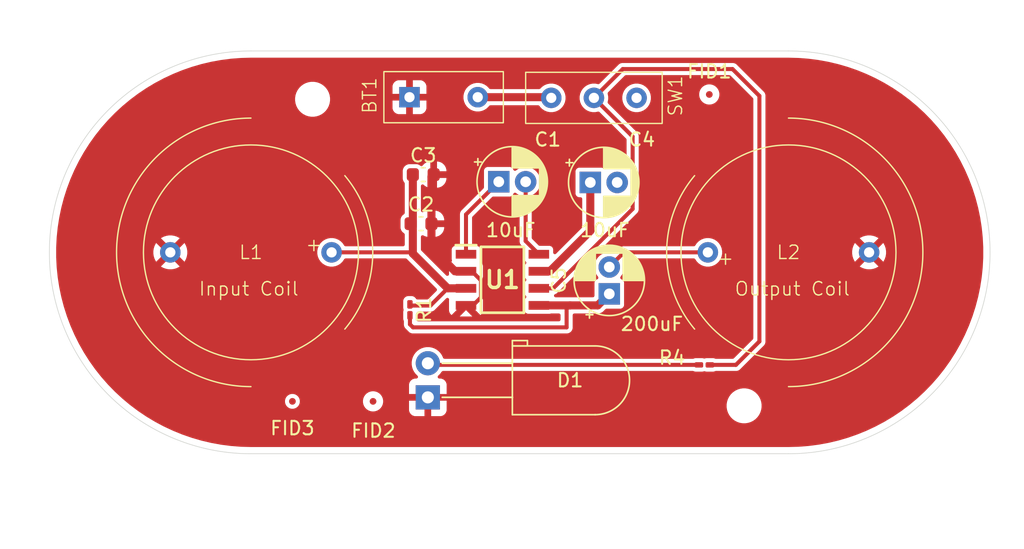
<source format=kicad_pcb>
(kicad_pcb (version 20241229) (generator "pcbnew") (generator_version "9.0")
  (layers (0 "F.Cu" signal) (2 "B.Cu" signal) (13 "F.Paste" user) (15 "B.Paste" user) (5 "F.SilkS" user "F.Silkscreen") (7 "B.SilkS" user "B.Silkscreen") (1 "F.Mask" user) (3 "B.Mask" user) (25 "Edge.Cuts" user))
  (net 0 "")
  (net 1 "Net-(C1-Pad1)")
  (net 2 "Net-(C1-Pad2)")
  (net 3 "Net-(U1-+)")
  (net 4 "GND")
  (net 5 "Net-(U1-BYPASS)")
  (net 6 "Net-(C5-Pad2)")
  (net 7 "Net-(C5-Pad1)")
  (net 8 "Net-(D1-A)")
  (net 9 "+9V")
  (net 10 "Net-(SW1-B)")
  (footprint "audiostuff:lm386-smd" (layer "F.Cu") (at 179.628 106.9472)
    (property "Reference" "U1" (at 0 0 0) (layer "F.SilkS") (effects (font (size 1.27 1.27) (thickness 0.254))))
    (property "Value" "LM386" (hide yes))
    (fp_line (start -3.475 -2.58) (end -1.948 -2.58) (stroke (width 0.2)) (layer "F.SilkS"))
    (fp_line (start -1.598 -2.452) (end 1.598 -2.452) (stroke (width 0.2)) (layer "F.SilkS"))
    (fp_line (start -1.598 2.452) (end -1.598 -2.452) (stroke (width 0.2)) (layer "F.SilkS"))
    (fp_line (start 1.598 -2.452) (end 1.598 2.452) (stroke (width 0.2)) (layer "F.SilkS"))
    (fp_line (start 1.598 2.452) (end -1.598 2.452) (stroke (width 0.2)) (layer "F.SilkS"))
    (pad "1" smd rect (at -2.711 -1.905 90) (size 0.65 1.528) (layers "F.Cu" "F.Mask" "F.Paste") (net 1 "Net-(C1-Pad1)"))
    (pad "2" smd rect (at -2.711 -0.635 90) (size 0.65 1.528) (layers "F.Cu" "F.Mask" "F.Paste") (net 4 "GND"))
    (pad "3" smd rect (at -2.711 0.635 90) (size 0.65 1.528) (layers "F.Cu" "F.Mask" "F.Paste") (net 3 "Net-(U1-+)"))
    (pad "4" smd rect (at -2.711 1.905 90) (size 0.65 1.528) (layers "F.Cu" "F.Mask" "F.Paste") (net 4 "GND"))
    (pad "5" smd rect (at 2.711 1.905 90) (size 0.65 1.528) (layers "F.Cu" "F.Mask" "F.Paste") (net 7 "Net-(C5-Pad1)"))
    (pad "6" smd rect (at 2.711 0.635 90) (size 0.65 1.528) (layers "F.Cu" "F.Mask" "F.Paste") (net 10 "Net-(SW1-B)"))
    (pad "7" smd rect (at 2.711 -0.635 90) (size 0.65 1.528) (layers "F.Cu" "F.Mask" "F.Paste") (net 5 "Net-(U1-BYPASS)"))
    (pad "8" smd rect (at 2.711 -1.905 90) (size 0.65 1.528) (layers "F.Cu" "F.Mask" "F.Paste") (net 2 "Net-(C1-Pad2)"))
  )
  (footprint "Fiducial:Fiducial_0.5mm_Mask1.5mm" (layer "F.Cu") (at 170 116)
    (property "Reference" "FID2" (at 0.0254 2.1844 0) (layer "F.SilkS"))
    (property "Value" "Fiducial" (hide yes))
    (pad "" smd circle (at 0 0) (size 0.5 0.5) (layers "F.Cu" "F.Mask") (clearance 0.5))
  )
  (footprint "Resistor_SMD:R_0201_0603Metric_Pad0.64x0.40mm_HandSolder" (layer "F.Cu") (at 194.655 113.284)
    (property "Reference" "R4" (at -2.405 -0.534 0) (layer "F.SilkS"))
    (property "Value" "1K")
    (pad "1" smd roundrect (at -0.4075 0) (size 0.635 0.4) (layers "F.Cu" "F.Mask") (net 8 "Net-(D1-A)"))
    (pad "2" smd roundrect (at 0.4075 0) (size 0.635 0.4) (layers "F.Cu" "F.Mask") (net 10 "Net-(SW1-B)"))
  )
  (footprint "MountingHole:MountingHole_2.1mm" (layer "F.Cu") (at 165.5 93.5)
    (property "Reference" "H2" (hide yes))
    (property "Value" "MountingHole" (hide yes))
    (pad "" np_thru_hole circle (at 0 0) (size 2.1 2.1) (drill 2.1) (layers "*.Cu" "*.Mask"))
  )
  (footprint "Fiducial:Fiducial_0.5mm_Mask1.5mm" (layer "F.Cu") (at 195.0212 93.1418)
    (property "Reference" "FID1" (at 0 -1.7145 0) (layer "F.SilkS"))
    (property "Value" "Fiducial" (hide yes))
    (pad "" smd circle (at 0 0) (size 0.5 0.5) (layers "F.Cu" "F.Mask") (clearance 0.5))
  )
  (footprint "LED_THT:LED_D5.0mm_Horizontal_O6.35mm_Z15.0mm" (layer "F.Cu") (at 174.077 115.702 90)
    (property "Reference" "D1" (at 1.27 10.581 180) (layer "F.SilkS"))
    (property "Value" "LED" (hide yes))
    (fp_line (start 2.54 1.08) (end 2.54 1.08) (stroke (width 0.12)) (layer "F.SilkS"))
    (fp_line (start 2.54 1.08) (end 2.54 6.29) (stroke (width 0.12)) (layer "F.SilkS"))
    (fp_line (start 0 1.08) (end 0 1.08) (stroke (width 0.12)) (layer "F.SilkS"))
    (fp_line (start 0 1.08) (end 0 6.29) (stroke (width 0.12)) (layer "F.SilkS"))
    (fp_line (start 4.23 6.29) (end 4.23 7.41) (stroke (width 0.12)) (layer "F.SilkS"))
    (fp_line (start 3.83 6.29) (end 4.23 6.29) (stroke (width 0.12)) (layer "F.SilkS"))
    (fp_line (start 3.83 6.29) (end 3.83 12.45) (stroke (width 0.12)) (layer "F.SilkS"))
    (fp_line (start 2.54 6.29) (end 2.54 1.08) (stroke (width 0.12)) (layer "F.SilkS"))
    (fp_line (start 2.54 6.29) (end 2.54 6.29) (stroke (width 0.12)) (layer "F.SilkS"))
    (fp_line (start 0 6.29) (end 0 1.08) (stroke (width 0.12)) (layer "F.SilkS"))
    (fp_line (start 0 6.29) (end 0 6.29) (stroke (width 0.12)) (layer "F.SilkS"))
    (fp_line (start -1.29 6.29) (end 3.83 6.29) (stroke (width 0.12)) (layer "F.SilkS"))
    (fp_line (start -1.29 6.29) (end -1.29 12.45) (stroke (width 0.12)) (layer "F.SilkS"))
    (fp_line (start 4.23 7.41) (end 3.83 7.41) (stroke (width 0.12)) (layer "F.SilkS"))
    (fp_line (start 3.83 7.41) (end 3.83 6.29) (stroke (width 0.12)) (layer "F.SilkS"))
    (fp_arc (start 3.83 12.45) (mid 1.27 15.01) (end -1.29 12.45) (stroke (width 0.12)) (layer "F.SilkS"))
    (pad "1" thru_hole rect (at 0 0 90) (size 1.8 1.8) (drill 0.9) (layers "*.Cu" "*.Mask") (net 4 "GND"))
    (pad "2" thru_hole circle (at 2.54 0 90) (size 1.8 1.8) (drill 0.9) (layers "*.Cu" "*.Mask") (net 8 "Net-(D1-A)"))
  )
  (footprint "Fiducial:Fiducial_0.5mm_Mask1.5mm" (layer "F.Cu") (at 164 116)
    (property "Reference" "FID3" (at 0 2 0) (layer "F.SilkS"))
    (property "Value" "Fiducial" (hide yes))
    (pad "" smd circle (at 0 0) (size 0.5 0.5) (layers "F.Cu" "F.Mask"))
  )
  (footprint "MountingHole:MountingHole_2.1mm" (layer "F.Cu") (at 197.612 116.332)
    (property "Reference" "H1" (hide yes))
    (property "Value" "MountingHole" (hide yes))
    (pad "" np_thru_hole circle (at 0 0) (size 2.1 2.1) (drill 2.1) (layers "*.Cu" "*.Mask"))
  )
  (footprint "audiostuff:switch-2-mode" (layer "F.Cu") (at 186.436 93.3958)
    (property "Reference" "SW1" (at 6.064 -0.1458 90) (layer "F.SilkS") (effects (font (thickness 0.1))))
    (property "Value" "SW_SPDT" (hide yes))
    (fp_rect (start -5.08 -1.905) (end 5.08 1.905) (stroke (width 0.1)) (fill no) (layer "F.SilkS"))
    (pad "1" thru_hole circle (at -3.175 0) (size 1.524 1.524) (drill 0.762) (layers "*.Cu" "*.Mask") (net 9 "+9V"))
    (pad "2" thru_hole circle (at 0 0) (size 1.524 1.524) (drill 0.762) (layers "*.Cu" "*.Mask") (net 10 "Net-(SW1-B)"))
    (pad "3" thru_hole circle (at 3.175 0) (size 1.524 1.524) (drill 0.762) (layers "*.Cu" "*.Mask"))
  )
  (footprint "audiostuff:Inductor" (layer "F.Cu") (at 200.914 104.902 180)
    (property "Reference" "L2" (at 0 0 0) (layer "F.SilkS") (effects (font (thickness 0.1))))
    (property "Value" "12.1mH" (hide yes))
    (fp_arc (start 6.984999 -5.715) (mid 9.06509 0) (end 6.984999 5.715) (stroke (width 0.1)) (layer "F.SilkS"))
    (fp_circle (center 0 0) (end 8 0) (stroke (width 0.1)) (fill no) (layer "F.SilkS"))
    (fp_text user "+" (at 4 0 180) (layer "F.SilkS") (effects (font (thickness 0.1)) (justify left bottom)))
    (pad "1" thru_hole circle (at 6 0 180) (size 1.524 1.524) (drill 0.762) (layers "*.Cu" "*.Mask") (net 6 "Net-(C5-Pad2)"))
    (pad "2" thru_hole circle (at -6 0 180) (size 1.524 1.524) (drill 0.762) (layers "*.Cu" "*.Mask") (net 4 "GND"))
  )
  (footprint "Capacitor_SMD:C_0603_1608Metric" (layer "F.Cu") (at 173.5706 102.7684)
    (property "Reference" "C2" (at 0 -1.43 0) (layer "F.SilkS"))
    (property "Value" "1uF" (hide yes))
    (fp_line (start -0.14058 -0.51) (end 0.14058 -0.51) (stroke (width 0.12)) (layer "F.SilkS"))
    (fp_line (start -0.14058 0.51) (end 0.14058 0.51) (stroke (width 0.12)) (layer "F.SilkS"))
    (pad "1" smd roundrect (at -0.775 0) (size 0.9 0.95) (layers "F.Cu" "F.Mask" "F.Paste") (net 3 "Net-(U1-+)"))
    (pad "2" smd roundrect (at 0.775 0) (size 0.9 0.95) (layers "F.Cu" "F.Mask" "F.Paste") (net 4 "GND"))
  )
  (footprint "Capacitor_THT:CP_Radial_D5.0mm_P2.00mm" (layer "F.Cu") (at 186.166688 99.695)
    (property "Reference" "C4" (at 3.833312 -3.195 0) (layer "F.SilkS"))
    (property "Value" "10uF" (at 1.083312 3.555 0) (layer "F.SilkS"))
    (fp_line (start -1.804775 -1.475) (end -1.304775 -1.475) (stroke (width 0.12)) (layer "F.SilkS"))
    (fp_line (start -1.554775 -1.725) (end -1.554775 -1.225) (stroke (width 0.12)) (layer "F.SilkS"))
    (fp_line (start 1 -2.58) (end 1 -1.04) (stroke (width 0.12)) (layer "F.SilkS"))
    (fp_line (start 1 1.04) (end 1 2.58) (stroke (width 0.12)) (layer "F.SilkS"))
    (fp_line (start 1.04 -2.58) (end 1.04 -1.04) (stroke (width 0.12)) (layer "F.SilkS"))
    (fp_line (start 1.04 1.04) (end 1.04 2.58) (stroke (width 0.12)) (layer "F.SilkS"))
    (fp_line (start 1.08 -2.579) (end 1.08 -1.04) (stroke (width 0.12)) (layer "F.SilkS"))
    (fp_line (start 1.08 1.04) (end 1.08 2.579) (stroke (width 0.12)) (layer "F.SilkS"))
    (fp_line (start 1.12 -2.578) (end 1.12 -1.04) (stroke (width 0.12)) (layer "F.SilkS"))
    (fp_line (start 1.12 1.04) (end 1.12 2.578) (stroke (width 0.12)) (layer "F.SilkS"))
    (fp_line (start 1.16 -2.576) (end 1.16 -1.04) (stroke (width 0.12)) (layer "F.SilkS"))
    (fp_line (start 1.16 1.04) (end 1.16 2.576) (stroke (width 0.12)) (layer "F.SilkS"))
    (fp_line (start 1.2 -2.573) (end 1.2 -1.04) (stroke (width 0.12)) (layer "F.SilkS"))
    (fp_line (start 1.2 1.04) (end 1.2 2.573) (stroke (width 0.12)) (layer "F.SilkS"))
    (fp_line (start 1.24 -2.569) (end 1.24 -1.04) (stroke (width 0.12)) (layer "F.SilkS"))
    (fp_line (start 1.24 1.04) (end 1.24 2.569) (stroke (width 0.12)) (layer "F.SilkS"))
    (fp_line (start 1.28 -2.565) (end 1.28 -1.04) (stroke (width 0.12)) (layer "F.SilkS"))
    (fp_line (start 1.28 1.04) (end 1.28 2.565) (stroke (width 0.12)) (layer "F.SilkS"))
    (fp_line (start 1.32 -2.561) (end 1.32 -1.04) (stroke (width 0.12)) (layer "F.SilkS"))
    (fp_line (start 1.32 1.04) (end 1.32 2.561) (stroke (width 0.12)) (layer "F.SilkS"))
    (fp_line (start 1.36 -2.556) (end 1.36 -1.04) (stroke (width 0.12)) (layer "F.SilkS"))
    (fp_line (start 1.36 1.04) (end 1.36 2.556) (stroke (width 0.12)) (layer "F.SilkS"))
    (fp_line (start 1.4 -2.55) (end 1.4 -1.04) (stroke (width 0.12)) (layer "F.SilkS"))
    (fp_line (start 1.4 1.04) (end 1.4 2.55) (stroke (width 0.12)) (layer "F.SilkS"))
    (fp_line (start 1.44 -2.543) (end 1.44 -1.04) (stroke (width 0.12)) (layer "F.SilkS"))
    (fp_line (start 1.44 1.04) (end 1.44 2.543) (stroke (width 0.12)) (layer "F.SilkS"))
    (fp_line (start 1.48 -2.536) (end 1.48 -1.04) (stroke (width 0.12)) (layer "F.SilkS"))
    (fp_line (start 1.48 1.04) (end 1.48 2.536) (stroke (width 0.12)) (layer "F.SilkS"))
    (fp_line (start 1.52 -2.528) (end 1.52 -1.04) (stroke (width 0.12)) (layer "F.SilkS"))
    (fp_line (start 1.52 1.04) (end 1.52 2.528) (stroke (width 0.12)) (layer "F.SilkS"))
    (fp_line (start 1.56 -2.52) (end 1.56 -1.04) (stroke (width 0.12)) (layer "F.SilkS"))
    (fp_line (start 1.56 1.04) (end 1.56 2.52) (stroke (width 0.12)) (layer "F.SilkS"))
    (fp_line (start 1.6 -2.511) (end 1.6 -1.04) (stroke (width 0.12)) (layer "F.SilkS"))
    (fp_line (start 1.6 1.04) (end 1.6 2.511) (stroke (width 0.12)) (layer "F.SilkS"))
    (fp_line (start 1.64 -2.501) (end 1.64 -1.04) (stroke (width 0.12)) (layer "F.SilkS"))
    (fp_line (start 1.64 1.04) (end 1.64 2.501) (stroke (width 0.12)) (layer "F.SilkS"))
    (fp_line (start 1.68 -2.491) (end 1.68 -1.04) (stroke (width 0.12)) (layer "F.SilkS"))
    (fp_line (start 1.68 1.04) (end 1.68 2.491) (stroke (width 0.12)) (layer "F.SilkS"))
    (fp_line (start 1.721 -2.48) (end 1.721 -1.04) (stroke (width 0.12)) (layer "F.SilkS"))
    (fp_line (start 1.721 1.04) (end 1.721 2.48) (stroke (width 0.12)) (layer "F.SilkS"))
    (fp_line (start 1.761 -2.468) (end 1.761 -1.04) (stroke (width 0.12)) (layer "F.SilkS"))
    (fp_line (start 1.761 1.04) (end 1.761 2.468) (stroke (width 0.12)) (layer "F.SilkS"))
    (fp_line (start 1.801 -2.455) (end 1.801 -1.04) (stroke (width 0.12)) (layer "F.SilkS"))
    (fp_line (start 1.801 1.04) (end 1.801 2.455) (stroke (width 0.12)) (layer "F.SilkS"))
    (fp_line (start 1.841 -2.442) (end 1.841 -1.04) (stroke (width 0.12)) (layer "F.SilkS"))
    (fp_line (start 1.841 1.04) (end 1.841 2.442) (stroke (width 0.12)) (layer "F.SilkS"))
    (fp_line (start 1.881 -2.428) (end 1.881 -1.04) (stroke (width 0.12)) (layer "F.SilkS"))
    (fp_line (start 1.881 1.04) (end 1.881 2.428) (stroke (width 0.12)) (layer "F.SilkS"))
    (fp_line (start 1.921 -2.414) (end 1.921 -1.04) (stroke (width 0.12)) (layer "F.SilkS"))
    (fp_line (start 1.921 1.04) (end 1.921 2.414) (stroke (width 0.12)) (layer "F.SilkS"))
    (fp_line (start 1.961 -2.398) (end 1.961 -1.04) (stroke (width 0.12)) (layer "F.SilkS"))
    (fp_line (start 1.961 1.04) (end 1.961 2.398) (stroke (width 0.12)) (layer "F.SilkS"))
    (fp_line (start 2.001 -2.382) (end 2.001 -1.04) (stroke (width 0.12)) (layer "F.SilkS"))
    (fp_line (start 2.001 1.04) (end 2.001 2.382) (stroke (width 0.12)) (layer "F.SilkS"))
    (fp_line (start 2.041 -2.365) (end 2.041 -1.04) (stroke (width 0.12)) (layer "F.SilkS"))
    (fp_line (start 2.041 1.04) (end 2.041 2.365) (stroke (width 0.12)) (layer "F.SilkS"))
    (fp_line (start 2.081 -2.348) (end 2.081 -1.04) (stroke (width 0.12)) (layer "F.SilkS"))
    (fp_line (start 2.081 1.04) (end 2.081 2.348) (stroke (width 0.12)) (layer "F.SilkS"))
    (fp_line (start 2.121 -2.329) (end 2.121 -1.04) (stroke (width 0.12)) (layer "F.SilkS"))
    (fp_line (start 2.121 1.04) (end 2.121 2.329) (stroke (width 0.12)) (layer "F.SilkS"))
    (fp_line (start 2.161 -2.31) (end 2.161 -1.04) (stroke (width 0.12)) (layer "F.SilkS"))
    (fp_line (start 2.161 1.04) (end 2.161 2.31) (stroke (width 0.12)) (layer "F.SilkS"))
    (fp_line (start 2.201 -2.29) (end 2.201 -1.04) (stroke (width 0.12)) (layer "F.SilkS"))
    (fp_line (start 2.201 1.04) (end 2.201 2.29) (stroke (width 0.12)) (layer "F.SilkS"))
    (fp_line (start 2.241 -2.268) (end 2.241 -1.04) (stroke (width 0.12)) (layer "F.SilkS"))
    (fp_line (start 2.241 1.04) (end 2.241 2.268) (stroke (width 0.12)) (layer "F.SilkS"))
    (fp_line (start 2.281 -2.247) (end 2.281 -1.04) (stroke (width 0.12)) (layer "F.SilkS"))
    (fp_line (start 2.281 1.04) (end 2.281 2.247) (stroke (width 0.12)) (layer "F.SilkS"))
    (fp_line (start 2.321 -2.224) (end 2.321 -1.04) (stroke (width 0.12)) (layer "F.SilkS"))
    (fp_line (start 2.321 1.04) (end 2.321 2.224) (stroke (width 0.12)) (layer "F.SilkS"))
    (fp_line (start 2.361 -2.2) (end 2.361 -1.04) (stroke (width 0.12)) (layer "F.SilkS"))
    (fp_line (start 2.361 1.04) (end 2.361 2.2) (stroke (width 0.12)) (layer "F.SilkS"))
    (fp_line (start 2.401 -2.175) (end 2.401 -1.04) (stroke (width 0.12)) (layer "F.SilkS"))
    (fp_line (start 2.401 1.04) (end 2.401 2.175) (stroke (width 0.12)) (layer "F.SilkS"))
    (fp_line (start 2.441 -2.149) (end 2.441 -1.04) (stroke (width 0.12)) (layer "F.SilkS"))
    (fp_line (start 2.441 1.04) (end 2.441 2.149) (stroke (width 0.12)) (layer "F.SilkS"))
    (fp_line (start 2.481 -2.122) (end 2.481 -1.04) (stroke (width 0.12)) (layer "F.SilkS"))
    (fp_line (start 2.481 1.04) (end 2.481 2.122) (stroke (width 0.12)) (layer "F.SilkS"))
    (fp_line (start 2.521 -2.095) (end 2.521 -1.04) (stroke (width 0.12)) (layer "F.SilkS"))
    (fp_line (start 2.521 1.04) (end 2.521 2.095) (stroke (width 0.12)) (layer "F.SilkS"))
    (fp_line (start 2.561 -2.065) (end 2.561 -1.04) (stroke (width 0.12)) (layer "F.SilkS"))
    (fp_line (start 2.561 1.04) (end 2.561 2.065) (stroke (width 0.12)) (layer "F.SilkS"))
    (fp_line (start 2.601 -2.035) (end 2.601 -1.04) (stroke (width 0.12)) (layer "F.SilkS"))
    (fp_line (start 2.601 1.04) (end 2.601 2.035) (stroke (width 0.12)) (layer "F.SilkS"))
    (fp_line (start 2.641 -2.004) (end 2.641 -1.04) (stroke (width 0.12)) (layer "F.SilkS"))
    (fp_line (start 2.641 1.04) (end 2.641 2.004) (stroke (width 0.12)) (layer "F.SilkS"))
    (fp_line (start 2.681 -1.971) (end 2.681 -1.04) (stroke (width 0.12)) (layer "F.SilkS"))
    (fp_line (start 2.681 1.04) (end 2.681 1.971) (stroke (width 0.12)) (layer "F.SilkS"))
    (fp_line (start 2.721 -1.937) (end 2.721 -1.04) (stroke (width 0.12)) (layer "F.SilkS"))
    (fp_line (start 2.721 1.04) (end 2.721 1.937) (stroke (width 0.12)) (layer "F.SilkS"))
    (fp_line (start 2.761 -1.901) (end 2.761 -1.04) (stroke (width 0.12)) (layer "F.SilkS"))
    (fp_line (start 2.761 1.04) (end 2.761 1.901) (stroke (width 0.12)) (layer "F.SilkS"))
    (fp_line (start 2.801 -1.864) (end 2.801 -1.04) (stroke (width 0.12)) (layer "F.SilkS"))
    (fp_line (start 2.801 1.04) (end 2.801 1.864) (stroke (width 0.12)) (layer "F.SilkS"))
    (fp_line (start 2.841 -1.826) (end 2.841 -1.04) (stroke (width 0.12)) (layer "F.SilkS"))
    (fp_line (start 2.841 1.04) (end 2.841 1.826) (stroke (width 0.12)) (layer "F.SilkS"))
    (fp_line (start 2.881 -1.785) (end 2.881 -1.04) (stroke (width 0.12)) (layer "F.SilkS"))
    (fp_line (start 2.881 1.04) (end 2.881 1.785) (stroke (width 0.12)) (layer "F.SilkS"))
    (fp_line (start 2.921 -1.743) (end 2.921 -1.04) (stroke (width 0.12)) (layer "F.SilkS"))
    (fp_line (start 2.921 1.04) (end 2.921 1.743) (stroke (width 0.12)) (layer "F.SilkS"))
    (fp_line (start 2.961 -1.699) (end 2.961 -1.04) (stroke (width 0.12)) (layer "F.SilkS"))
    (fp_line (start 2.961 1.04) (end 2.961 1.699) (stroke (width 0.12)) (layer "F.SilkS"))
    (fp_line (start 3.001 -1.653) (end 3.001 -1.04) (stroke (width 0.12)) (layer "F.SilkS"))
    (fp_line (start 3.001 1.04) (end 3.001 1.653) (stroke (width 0.12)) (layer "F.SilkS"))
    (fp_line (start 3.041 -1.605) (end 3.041 1.605) (stroke (width 0.12)) (layer "F.SilkS"))
    (fp_line (start 3.081 -1.554) (end 3.081 1.554) (stroke (width 0.12)) (layer "F.SilkS"))
    (fp_line (start 3.121 -1.5) (end 3.121 1.5) (stroke (width 0.12)) (layer "F.SilkS"))
    (fp_line (start 3.161 -1.443) (end 3.161 1.443) (stroke (width 0.12)) (layer "F.SilkS"))
    (fp_line (start 3.201 -1.383) (end 3.201 1.383) (stroke (width 0.12)) (layer "F.SilkS"))
    (fp_line (start 3.241 -1.319) (end 3.241 1.319) (stroke (width 0.12)) (layer "F.SilkS"))
    (fp_line (start 3.281 -1.251) (end 3.281 1.251) (stroke (width 0.12)) (layer "F.SilkS"))
    (fp_line (start 3.321 -1.178) (end 3.321 1.178) (stroke (width 0.12)) (layer "F.SilkS"))
    (fp_line (start 3.361 -1.098) (end 3.361 1.098) (stroke (width 0.12)) (layer "F.SilkS"))
    (fp_line (start 3.401 -1.011) (end 3.401 1.011) (stroke (width 0.12)) (layer "F.SilkS"))
    (fp_line (start 3.441 -0.915) (end 3.441 0.915) (stroke (width 0.12)) (layer "F.SilkS"))
    (fp_line (start 3.481 -0.805) (end 3.481 0.805) (stroke (width 0.12)) (layer "F.SilkS"))
    (fp_line (start 3.521 -0.677) (end 3.521 0.677) (stroke (width 0.12)) (layer "F.SilkS"))
    (fp_line (start 3.561 -0.518) (end 3.561 0.518) (stroke (width 0.12)) (layer "F.SilkS"))
    (fp_line (start 3.601 -0.284) (end 3.601 0.284) (stroke (width 0.12)) (layer "F.SilkS"))
    (fp_circle (center 1 0) (end 3.62 0) (stroke (width 0.12)) (fill no) (layer "F.SilkS"))
    (pad "1" thru_hole rect (at 0 0) (size 1.6 1.6) (drill 0.8) (layers "*.Cu" "*.Mask") (net 5 "Net-(U1-BYPASS)"))
    (pad "2" thru_hole circle (at 2 0) (size 1.6 1.6) (drill 0.8) (layers "*.Cu" "*.Mask") (net 4 "GND"))
  )
  (footprint "Capacitor_SMD:C_0603_1608Metric" (layer "F.Cu") (at 173.736 99.1108)
    (property "Reference" "C3" (at 0 -1.43 0) (layer "F.SilkS"))
    (property "Value" "0.033uF" (hide yes))
    (fp_line (start -0.14058 -0.51) (end 0.14058 -0.51) (stroke (width 0.12)) (layer "F.SilkS"))
    (fp_line (start -0.14058 0.51) (end 0.14058 0.51) (stroke (width 0.12)) (layer "F.SilkS"))
    (pad "1" smd roundrect (at -0.775 0) (size 0.9 0.95) (layers "F.Cu" "F.Mask" "F.Paste") (net 3 "Net-(U1-+)"))
    (pad "2" smd roundrect (at 0.775 0) (size 0.9 0.95) (layers "F.Cu" "F.Mask" "F.Paste") (net 4 "GND"))
  )
  (footprint "Capacitor_THT:CP_Radial_D5.0mm_P2.00mm" (layer "F.Cu") (at 187.579 107.9942 90)
    (property "Reference" "C5" (at 1 -3.75 90) (layer "F.SilkS"))
    (property "Value" "200uF" (at -2.2418 3.175 0) (layer "F.SilkS"))
    (fp_line (start 1.04 -2.58) (end 1.04 -1.04) (stroke (width 0.12)) (layer "F.SilkS"))
    (fp_line (start 1 -2.58) (end 1 -1.04) (stroke (width 0.12)) (layer "F.SilkS"))
    (fp_line (start 1.08 -2.579) (end 1.08 -1.04) (stroke (width 0.12)) (layer "F.SilkS"))
    (fp_line (start 1.12 -2.578) (end 1.12 -1.04) (stroke (width 0.12)) (layer "F.SilkS"))
    (fp_line (start 1.16 -2.576) (end 1.16 -1.04) (stroke (width 0.12)) (layer "F.SilkS"))
    (fp_line (start 1.2 -2.573) (end 1.2 -1.04) (stroke (width 0.12)) (layer "F.SilkS"))
    (fp_line (start 1.24 -2.569) (end 1.24 -1.04) (stroke (width 0.12)) (layer "F.SilkS"))
    (fp_line (start 1.28 -2.565) (end 1.28 -1.04) (stroke (width 0.12)) (layer "F.SilkS"))
    (fp_line (start 1.32 -2.561) (end 1.32 -1.04) (stroke (width 0.12)) (layer "F.SilkS"))
    (fp_line (start 1.36 -2.556) (end 1.36 -1.04) (stroke (width 0.12)) (layer "F.SilkS"))
    (fp_line (start 1.4 -2.55) (end 1.4 -1.04) (stroke (width 0.12)) (layer "F.SilkS"))
    (fp_line (start 1.44 -2.543) (end 1.44 -1.04) (stroke (width 0.12)) (layer "F.SilkS"))
    (fp_line (start 1.48 -2.536) (end 1.48 -1.04) (stroke (width 0.12)) (layer "F.SilkS"))
    (fp_line (start 1.52 -2.528) (end 1.52 -1.04) (stroke (width 0.12)) (layer "F.SilkS"))
    (fp_line (start 1.56 -2.52) (end 1.56 -1.04) (stroke (width 0.12)) (layer "F.SilkS"))
    (fp_line (start 1.6 -2.511) (end 1.6 -1.04) (stroke (width 0.12)) (layer "F.SilkS"))
    (fp_line (start 1.64 -2.501) (end 1.64 -1.04) (stroke (width 0.12)) (layer "F.SilkS"))
    (fp_line (start 1.68 -2.491) (end 1.68 -1.04) (stroke (width 0.12)) (layer "F.SilkS"))
    (fp_line (start 1.721 -2.48) (end 1.721 -1.04) (stroke (width 0.12)) (layer "F.SilkS"))
    (fp_line (start 1.761 -2.468) (end 1.761 -1.04) (stroke (width 0.12)) (layer "F.SilkS"))
    (fp_line (start 1.801 -2.455) (end 1.801 -1.04) (stroke (width 0.12)) (layer "F.SilkS"))
    (fp_line (start 1.841 -2.442) (end 1.841 -1.04) (stroke (width 0.12)) (layer "F.SilkS"))
    (fp_line (start 1.881 -2.428) (end 1.881 -1.04) (stroke (width 0.12)) (layer "F.SilkS"))
    (fp_line (start 1.921 -2.414) (end 1.921 -1.04) (stroke (width 0.12)) (layer "F.SilkS"))
    (fp_line (start 1.961 -2.398) (end 1.961 -1.04) (stroke (width 0.12)) (layer "F.SilkS"))
    (fp_line (start 2.001 -2.382) (end 2.001 -1.04) (stroke (width 0.12)) (layer "F.SilkS"))
    (fp_line (start 2.041 -2.365) (end 2.041 -1.04) (stroke (width 0.12)) (layer "F.SilkS"))
    (fp_line (start 2.081 -2.348) (end 2.081 -1.04) (stroke (width 0.12)) (layer "F.SilkS"))
    (fp_line (start 2.121 -2.329) (end 2.121 -1.04) (stroke (width 0.12)) (layer "F.SilkS"))
    (fp_line (start 2.161 -2.31) (end 2.161 -1.04) (stroke (width 0.12)) (layer "F.SilkS"))
    (fp_line (start 2.201 -2.29) (end 2.201 -1.04) (stroke (width 0.12)) (layer "F.SilkS"))
    (fp_line (start 2.241 -2.268) (end 2.241 -1.04) (stroke (width 0.12)) (layer "F.SilkS"))
    (fp_line (start 2.281 -2.247) (end 2.281 -1.04) (stroke (width 0.12)) (layer "F.SilkS"))
    (fp_line (start 2.321 -2.224) (end 2.321 -1.04) (stroke (width 0.12)) (layer "F.SilkS"))
    (fp_line (start 2.361 -2.2) (end 2.361 -1.04) (stroke (width 0.12)) (layer "F.SilkS"))
    (fp_line (start 2.401 -2.175) (end 2.401 -1.04) (stroke (width 0.12)) (layer "F.SilkS"))
    (fp_line (start 2.441 -2.149) (end 2.441 -1.04) (stroke (width 0.12)) (layer "F.SilkS"))
    (fp_line (start 2.481 -2.122) (end 2.481 -1.04) (stroke (width 0.12)) (layer "F.SilkS"))
    (fp_line (start 2.521 -2.095) (end 2.521 -1.04) (stroke (width 0.12)) (layer "F.SilkS"))
    (fp_line (start 2.561 -2.065) (end 2.561 -1.04) (stroke (width 0.12)) (layer "F.SilkS"))
    (fp_line (start 2.601 -2.035) (end 2.601 -1.04) (stroke (width 0.12)) (layer "F.SilkS"))
    (fp_line (start 2.641 -2.004) (end 2.641 -1.04) (stroke (width 0.12)) (layer "F.SilkS"))
    (fp_line (start 2.681 -1.971) (end 2.681 -1.04) (stroke (width 0.12)) (layer "F.SilkS"))
    (fp_line (start 2.721 -1.937) (end 2.721 -1.04) (stroke (width 0.12)) (layer "F.SilkS"))
    (fp_line (start 2.761 -1.901) (end 2.761 -1.04) (stroke (width 0.12)) (layer "F.SilkS"))
    (fp_line (start 2.801 -1.864) (end 2.801 -1.04) (stroke (width 0.12)) (layer "F.SilkS"))
    (fp_line (start 2.841 -1.826) (end 2.841 -1.04) (stroke (width 0.12)) (layer "F.SilkS"))
    (fp_line (start 2.881 -1.785) (end 2.881 -1.04) (stroke (width 0.12)) (layer "F.SilkS"))
    (fp_line (start 2.921 -1.743) (end 2.921 -1.04) (stroke (width 0.12)) (layer "F.SilkS"))
    (fp_line (start -1.554775 -1.725) (end -1.554775 -1.225) (stroke (width 0.12)) (layer "F.SilkS"))
    (fp_line (start 2.961 -1.699) (end 2.961 -1.04) (stroke (width 0.12)) (layer "F.SilkS"))
    (fp_line (start 3.001 -1.653) (end 3.001 -1.04) (stroke (width 0.12)) (layer "F.SilkS"))
    (fp_line (start 3.041 -1.605) (end 3.041 1.605) (stroke (width 0.12)) (layer "F.SilkS"))
    (fp_line (start 3.081 -1.554) (end 3.081 1.554) (stroke (width 0.12)) (layer "F.SilkS"))
    (fp_line (start 3.121 -1.5) (end 3.121 1.5) (stroke (width 0.12)) (layer "F.SilkS"))
    (fp_line (start -1.804775 -1.475) (end -1.304775 -1.475) (stroke (width 0.12)) (layer "F.SilkS"))
    (fp_line (start 3.161 -1.443) (end 3.161 1.443) (stroke (width 0.12)) (layer "F.SilkS"))
    (fp_line (start 3.201 -1.383) (end 3.201 1.383) (stroke (width 0.12)) (layer "F.SilkS"))
    (fp_line (start 3.241 -1.319) (end 3.241 1.319) (stroke (width 0.12)) (layer "F.SilkS"))
    (fp_line (start 3.281 -1.251) (end 3.281 1.251) (stroke (width 0.12)) (layer "F.SilkS"))
    (fp_line (start 3.321 -1.178) (end 3.321 1.178) (stroke (width 0.12)) (layer "F.SilkS"))
    (fp_line (start 3.361 -1.098) (end 3.361 1.098) (stroke (width 0.12)) (layer "F.SilkS"))
    (fp_line (start 3.401 -1.011) (end 3.401 1.011) (stroke (width 0.12)) (layer "F.SilkS"))
    (fp_line (start 3.441 -0.915) (end 3.441 0.915) (stroke (width 0.12)) (layer "F.SilkS"))
    (fp_line (start 3.481 -0.805) (end 3.481 0.805) (stroke (width 0.12)) (layer "F.SilkS"))
    (fp_line (start 3.521 -0.677) (end 3.521 0.677) (stroke (width 0.12)) (layer "F.SilkS"))
    (fp_line (start 3.561 -0.518) (end 3.561 0.518) (stroke (width 0.12)) (layer "F.SilkS"))
    (fp_line (start 3.601 -0.284) (end 3.601 0.284) (stroke (width 0.12)) (layer "F.SilkS"))
    (fp_line (start 3.001 1.04) (end 3.001 1.653) (stroke (width 0.12)) (layer "F.SilkS"))
    (fp_line (start 2.961 1.04) (end 2.961 1.699) (stroke (width 0.12)) (layer "F.SilkS"))
    (fp_line (start 2.921 1.04) (end 2.921 1.743) (stroke (width 0.12)) (layer "F.SilkS"))
    (fp_line (start 2.881 1.04) (end 2.881 1.785) (stroke (width 0.12)) (layer "F.SilkS"))
    (fp_line (start 2.841 1.04) (end 2.841 1.826) (stroke (width 0.12)) (layer "F.SilkS"))
    (fp_line (start 2.801 1.04) (end 2.801 1.864) (stroke (width 0.12)) (layer "F.SilkS"))
    (fp_line (start 2.761 1.04) (end 2.761 1.901) (stroke (width 0.12)) (layer "F.SilkS"))
    (fp_line (start 2.721 1.04) (end 2.721 1.937) (stroke (width 0.12)) (layer "F.SilkS"))
    (fp_line (start 2.681 1.04) (end 2.681 1.971) (stroke (width 0.12)) (layer "F.SilkS"))
    (fp_line (start 2.641 1.04) (end 2.641 2.004) (stroke (width 0.12)) (layer "F.SilkS"))
    (fp_line (start 2.601 1.04) (end 2.601 2.035) (stroke (width 0.12)) (layer "F.SilkS"))
    (fp_line (start 2.561 1.04) (end 2.561 2.065) (stroke (width 0.12)) (layer "F.SilkS"))
    (fp_line (start 2.521 1.04) (end 2.521 2.095) (stroke (width 0.12)) (layer "F.SilkS"))
    (fp_line (start 2.481 1.04) (end 2.481 2.122) (stroke (width 0.12)) (layer "F.SilkS"))
    (fp_line (start 2.441 1.04) (end 2.441 2.149) (stroke (width 0.12)) (layer "F.SilkS"))
    (fp_line (start 2.401 1.04) (end 2.401 2.175) (stroke (width 0.12)) (layer "F.SilkS"))
    (fp_line (start 2.361 1.04) (end 2.361 2.2) (stroke (width 0.12)) (layer "F.SilkS"))
    (fp_line (start 2.321 1.04) (end 2.321 2.224) (stroke (width 0.12)) (layer "F.SilkS"))
    (fp_line (start 2.281 1.04) (end 2.281 2.247) (stroke (width 0.12)) (layer "F.SilkS"))
    (fp_line (start 2.241 1.04) (end 2.241 2.268) (stroke (width 0.12)) (layer "F.SilkS"))
    (fp_line (start 2.201 1.04) (end 2.201 2.29) (stroke (width 0.12)) (layer "F.SilkS"))
    (fp_line (start 2.161 1.04) (end 2.161 2.31) (stroke (width 0.12)) (layer "F.SilkS"))
    (fp_line (start 2.121 1.04) (end 2.121 2.329) (stroke (width 0.12)) (layer "F.SilkS"))
    (fp_line (start 2.081 1.04) (end 2.081 2.348) (stroke (width 0.12)) (layer "F.SilkS"))
    (fp_line (start 2.041 1.04) (end 2.041 2.365) (stroke (width 0.12)) (layer "F.SilkS"))
    (fp_line (start 2.001 1.04) (end 2.001 2.382) (stroke (width 0.12)) (layer "F.SilkS"))
    (fp_line (start 1.961 1.04) (end 1.961 2.398) (stroke (width 0.12)) (layer "F.SilkS"))
    (fp_line (start 1.921 1.04) (end 1.921 2.414) (stroke (width 0.12)) (layer "F.SilkS"))
    (fp_line (start 1.881 1.04) (end 1.881 2.428) (stroke (width 0.12)) (layer "F.SilkS"))
    (fp_line (start 1.841 1.04) (end 1.841 2.442) (stroke (width 0.12)) (layer "F.SilkS"))
    (fp_line (start 1.801 1.04) (end 1.801 2.455) (stroke (width 0.12)) (layer "F.SilkS"))
    (fp_line (start 1.761 1.04) (end 1.761 2.468) (stroke (width 0.12)) (layer "F.SilkS"))
    (fp_line (start 1.721 1.04) (end 1.721 2.48) (stroke (width 0.12)) (layer "F.SilkS"))
    (fp_line (start 1.68 1.04) (end 1.68 2.491) (stroke (width 0.12)) (layer "F.SilkS"))
    (fp_line (start 1.64 1.04) (end 1.64 2.501) (stroke (width 0.12)) (layer "F.SilkS"))
    (fp_line (start 1.6 1.04) (end 1.6 2.511) (stroke (width 0.12)) (layer "F.SilkS"))
    (fp_line (start 1.56 1.04) (end 1.56 2.52) (stroke (width 0.12)) (layer "F.SilkS"))
    (fp_line (start 1.52 1.04) (end 1.52 2.528) (stroke (width 0.12)) (layer "F.SilkS"))
    (fp_line (start 1.48 1.04) (end 1.48 2.536) (stroke (width 0.12)) (layer "F.SilkS"))
    (fp_line (start 1.44 1.04) (end 1.44 2.543) (stroke (width 0.12)) (layer "F.SilkS"))
    (fp_line (start 1.4 1.04) (end 1.4 2.55) (stroke (width 0.12)) (layer "F.SilkS"))
    (fp_line (start 1.36 1.04) (end 1.36 2.556) (stroke (width 0.12)) (layer "F.SilkS"))
    (fp_line (start 1.32 1.04) (end 1.32 2.561) (stroke (width 0.12)) (layer "F.SilkS"))
    (fp_line (start 1.28 1.04) (end 1.28 2.565) (stroke (width 0.12)) (layer "F.SilkS"))
    (fp_line (start 1.24 1.04) (end 1.24 2.569) (stroke (width 0.12)) (layer "F.SilkS"))
    (fp_line (start 1.2 1.04) (end 1.2 2.573) (stroke (width 0.12)) (layer "F.SilkS"))
    (fp_line (start 1.16 1.04) (end 1.16 2.576) (stroke (width 0.12)) (layer "F.SilkS"))
    (fp_line (start 1.12 1.04) (end 1.12 2.578) (stroke (width 0.12)) (layer "F.SilkS"))
    (fp_line (start 1.08 1.04) (end 1.08 2.579) (stroke (width 0.12)) (layer "F.SilkS"))
    (fp_line (start 1.04 1.04) (end 1.04 2.58) (stroke (width 0.12)) (layer "F.SilkS"))
    (fp_line (start 1 1.04) (end 1 2.58) (stroke (width 0.12)) (layer "F.SilkS"))
    (fp_circle (center 1 0) (end 3.62 0) (stroke (width 0.12)) (fill no) (layer "F.SilkS"))
    (pad "1" thru_hole rect (at 0 0 90) (size 1.6 1.6) (drill 0.8) (layers "*.Cu" "*.Mask") (net 7 "Net-(C5-Pad1)"))
    (pad "2" thru_hole circle (at 2 0 90) (size 1.6 1.6) (drill 0.8) (layers "*.Cu" "*.Mask") (net 6 "Net-(C5-Pad2)"))
  )
  (footprint "audiostuff:battery_connector_9v" (layer "F.Cu") (at 175.2092 93.218 180)
    (property "Reference" "BT1" (at 5.4592 0 90) (layer "F.SilkS") (effects (font (thickness 0.1))))
    (property "Value" "Battery" (hide yes))
    (fp_rect (start -4.487 -2.032) (end 4.403 1.778) (stroke (width 0.1)) (fill no) (layer "F.SilkS"))
    (pad "1" thru_hole circle (at -2.582 -0.127 180) (size 1.524 1.524) (drill 0.762) (layers "*.Cu" "*.Mask") (net 9 "+9V"))
    (pad "2" thru_hole rect (at 2.498 -0.127 180) (size 1.524 1.524) (drill 0.762) (layers "*.Cu" "*.Mask") (net 4 "GND"))
  )
  (footprint "Capacitor_THT:CP_Radial_D5.0mm_P2.00mm" (layer "F.Cu") (at 179.356 99.6442)
    (property "Reference" "C1" (at 3.644 -3.1442 0) (layer "F.SilkS"))
    (property "Value" "10uF" (at 0.894 3.6058 0) (layer "F.SilkS"))
    (fp_line (start -1.804775 -1.475) (end -1.304775 -1.475) (stroke (width 0.12)) (layer "F.SilkS"))
    (fp_line (start -1.554775 -1.725) (end -1.554775 -1.225) (stroke (width 0.12)) (layer "F.SilkS"))
    (fp_line (start 1 -2.58) (end 1 -1.04) (stroke (width 0.12)) (layer "F.SilkS"))
    (fp_line (start 1 1.04) (end 1 2.58) (stroke (width 0.12)) (layer "F.SilkS"))
    (fp_line (start 1.04 -2.58) (end 1.04 -1.04) (stroke (width 0.12)) (layer "F.SilkS"))
    (fp_line (start 1.04 1.04) (end 1.04 2.58) (stroke (width 0.12)) (layer "F.SilkS"))
    (fp_line (start 1.08 -2.579) (end 1.08 -1.04) (stroke (width 0.12)) (layer "F.SilkS"))
    (fp_line (start 1.08 1.04) (end 1.08 2.579) (stroke (width 0.12)) (layer "F.SilkS"))
    (fp_line (start 1.12 -2.578) (end 1.12 -1.04) (stroke (width 0.12)) (layer "F.SilkS"))
    (fp_line (start 1.12 1.04) (end 1.12 2.578) (stroke (width 0.12)) (layer "F.SilkS"))
    (fp_line (start 1.16 -2.576) (end 1.16 -1.04) (stroke (width 0.12)) (layer "F.SilkS"))
    (fp_line (start 1.16 1.04) (end 1.16 2.576) (stroke (width 0.12)) (layer "F.SilkS"))
    (fp_line (start 1.2 -2.573) (end 1.2 -1.04) (stroke (width 0.12)) (layer "F.SilkS"))
    (fp_line (start 1.2 1.04) (end 1.2 2.573) (stroke (width 0.12)) (layer "F.SilkS"))
    (fp_line (start 1.24 -2.569) (end 1.24 -1.04) (stroke (width 0.12)) (layer "F.SilkS"))
    (fp_line (start 1.24 1.04) (end 1.24 2.569) (stroke (width 0.12)) (layer "F.SilkS"))
    (fp_line (start 1.28 -2.565) (end 1.28 -1.04) (stroke (width 0.12)) (layer "F.SilkS"))
    (fp_line (start 1.28 1.04) (end 1.28 2.565) (stroke (width 0.12)) (layer "F.SilkS"))
    (fp_line (start 1.32 -2.561) (end 1.32 -1.04) (stroke (width 0.12)) (layer "F.SilkS"))
    (fp_line (start 1.32 1.04) (end 1.32 2.561) (stroke (width 0.12)) (layer "F.SilkS"))
    (fp_line (start 1.36 -2.556) (end 1.36 -1.04) (stroke (width 0.12)) (layer "F.SilkS"))
    (fp_line (start 1.36 1.04) (end 1.36 2.556) (stroke (width 0.12)) (layer "F.SilkS"))
    (fp_line (start 1.4 -2.55) (end 1.4 -1.04) (stroke (width 0.12)) (layer "F.SilkS"))
    (fp_line (start 1.4 1.04) (end 1.4 2.55) (stroke (width 0.12)) (layer "F.SilkS"))
    (fp_line (start 1.44 -2.543) (end 1.44 -1.04) (stroke (width 0.12)) (layer "F.SilkS"))
    (fp_line (start 1.44 1.04) (end 1.44 2.543) (stroke (width 0.12)) (layer "F.SilkS"))
    (fp_line (start 1.48 -2.536) (end 1.48 -1.04) (stroke (width 0.12)) (layer "F.SilkS"))
    (fp_line (start 1.48 1.04) (end 1.48 2.536) (stroke (width 0.12)) (layer "F.SilkS"))
    (fp_line (start 1.52 -2.528) (end 1.52 -1.04) (stroke (width 0.12)) (layer "F.SilkS"))
    (fp_line (start 1.52 1.04) (end 1.52 2.528) (stroke (width 0.12)) (layer "F.SilkS"))
    (fp_line (start 1.56 -2.52) (end 1.56 -1.04) (stroke (width 0.12)) (layer "F.SilkS"))
    (fp_line (start 1.56 1.04) (end 1.56 2.52) (stroke (width 0.12)) (layer "F.SilkS"))
    (fp_line (start 1.6 -2.511) (end 1.6 -1.04) (stroke (width 0.12)) (layer "F.SilkS"))
    (fp_line (start 1.6 1.04) (end 1.6 2.511) (stroke (width 0.12)) (layer "F.SilkS"))
    (fp_line (start 1.64 -2.501) (end 1.64 -1.04) (stroke (width 0.12)) (layer "F.SilkS"))
    (fp_line (start 1.64 1.04) (end 1.64 2.501) (stroke (width 0.12)) (layer "F.SilkS"))
    (fp_line (start 1.68 -2.491) (end 1.68 -1.04) (stroke (width 0.12)) (layer "F.SilkS"))
    (fp_line (start 1.68 1.04) (end 1.68 2.491) (stroke (width 0.12)) (layer "F.SilkS"))
    (fp_line (start 1.721 -2.48) (end 1.721 -1.04) (stroke (width 0.12)) (layer "F.SilkS"))
    (fp_line (start 1.721 1.04) (end 1.721 2.48) (stroke (width 0.12)) (layer "F.SilkS"))
    (fp_line (start 1.761 -2.468) (end 1.761 -1.04) (stroke (width 0.12)) (layer "F.SilkS"))
    (fp_line (start 1.761 1.04) (end 1.761 2.468) (stroke (width 0.12)) (layer "F.SilkS"))
    (fp_line (start 1.801 -2.455) (end 1.801 -1.04) (stroke (width 0.12)) (layer "F.SilkS"))
    (fp_line (start 1.801 1.04) (end 1.801 2.455) (stroke (width 0.12)) (layer "F.SilkS"))
    (fp_line (start 1.841 -2.442) (end 1.841 -1.04) (stroke (width 0.12)) (layer "F.SilkS"))
    (fp_line (start 1.841 1.04) (end 1.841 2.442) (stroke (width 0.12)) (layer "F.SilkS"))
    (fp_line (start 1.881 -2.428) (end 1.881 -1.04) (stroke (width 0.12)) (layer "F.SilkS"))
    (fp_line (start 1.881 1.04) (end 1.881 2.428) (stroke (width 0.12)) (layer "F.SilkS"))
    (fp_line (start 1.921 -2.414) (end 1.921 -1.04) (stroke (width 0.12)) (layer "F.SilkS"))
    (fp_line (start 1.921 1.04) (end 1.921 2.414) (stroke (width 0.12)) (layer "F.SilkS"))
    (fp_line (start 1.961 -2.398) (end 1.961 -1.04) (stroke (width 0.12)) (layer "F.SilkS"))
    (fp_line (start 1.961 1.04) (end 1.961 2.398) (stroke (width 0.12)) (layer "F.SilkS"))
    (fp_line (start 2.001 -2.382) (end 2.001 -1.04) (stroke (width 0.12)) (layer "F.SilkS"))
    (fp_line (start 2.001 1.04) (end 2.001 2.382) (stroke (width 0.12)) (layer "F.SilkS"))
    (fp_line (start 2.041 -2.365) (end 2.041 -1.04) (stroke (width 0.12)) (layer "F.SilkS"))
    (fp_line (start 2.041 1.04) (end 2.041 2.365) (stroke (width 0.12)) (layer "F.SilkS"))
    (fp_line (start 2.081 -2.348) (end 2.081 -1.04) (stroke (width 0.12)) (layer "F.SilkS"))
    (fp_line (start 2.081 1.04) (end 2.081 2.348) (stroke (width 0.12)) (layer "F.SilkS"))
    (fp_line (start 2.121 -2.329) (end 2.121 -1.04) (stroke (width 0.12)) (layer "F.SilkS"))
    (fp_line (start 2.121 1.04) (end 2.121 2.329) (stroke (width 0.12)) (layer "F.SilkS"))
    (fp_line (start 2.161 -2.31) (end 2.161 -1.04) (stroke (width 0.12)) (layer "F.SilkS"))
    (fp_line (start 2.161 1.04) (end 2.161 2.31) (stroke (width 0.12)) (layer "F.SilkS"))
    (fp_line (start 2.201 -2.29) (end 2.201 -1.04) (stroke (width 0.12)) (layer "F.SilkS"))
    (fp_line (start 2.201 1.04) (end 2.201 2.29) (stroke (width 0.12)) (layer "F.SilkS"))
    (fp_line (start 2.241 -2.268) (end 2.241 -1.04) (stroke (width 0.12)) (layer "F.SilkS"))
    (fp_line (start 2.241 1.04) (end 2.241 2.268) (stroke (width 0.12)) (layer "F.SilkS"))
    (fp_line (start 2.281 -2.247) (end 2.281 -1.04) (stroke (width 0.12)) (layer "F.SilkS"))
    (fp_line (start 2.281 1.04) (end 2.281 2.247) (stroke (width 0.12)) (layer "F.SilkS"))
    (fp_line (start 2.321 -2.224) (end 2.321 -1.04) (stroke (width 0.12)) (layer "F.SilkS"))
    (fp_line (start 2.321 1.04) (end 2.321 2.224) (stroke (width 0.12)) (layer "F.SilkS"))
    (fp_line (start 2.361 -2.2) (end 2.361 -1.04) (stroke (width 0.12)) (layer "F.SilkS"))
    (fp_line (start 2.361 1.04) (end 2.361 2.2) (stroke (width 0.12)) (layer "F.SilkS"))
    (fp_line (start 2.401 -2.175) (end 2.401 -1.04) (stroke (width 0.12)) (layer "F.SilkS"))
    (fp_line (start 2.401 1.04) (end 2.401 2.175) (stroke (width 0.12)) (layer "F.SilkS"))
    (fp_line (start 2.441 -2.149) (end 2.441 -1.04) (stroke (width 0.12)) (layer "F.SilkS"))
    (fp_line (start 2.441 1.04) (end 2.441 2.149) (stroke (width 0.12)) (layer "F.SilkS"))
    (fp_line (start 2.481 -2.122) (end 2.481 -1.04) (stroke (width 0.12)) (layer "F.SilkS"))
    (fp_line (start 2.481 1.04) (end 2.481 2.122) (stroke (width 0.12)) (layer "F.SilkS"))
    (fp_line (start 2.521 -2.095) (end 2.521 -1.04) (stroke (width 0.12)) (layer "F.SilkS"))
    (fp_line (start 2.521 1.04) (end 2.521 2.095) (stroke (width 0.12)) (layer "F.SilkS"))
    (fp_line (start 2.561 -2.065) (end 2.561 -1.04) (stroke (width 0.12)) (layer "F.SilkS"))
    (fp_line (start 2.561 1.04) (end 2.561 2.065) (stroke (width 0.12)) (layer "F.SilkS"))
    (fp_line (start 2.601 -2.035) (end 2.601 -1.04) (stroke (width 0.12)) (layer "F.SilkS"))
    (fp_line (start 2.601 1.04) (end 2.601 2.035) (stroke (width 0.12)) (layer "F.SilkS"))
    (fp_line (start 2.641 -2.004) (end 2.641 -1.04) (stroke (width 0.12)) (layer "F.SilkS"))
    (fp_line (start 2.641 1.04) (end 2.641 2.004) (stroke (width 0.12)) (layer "F.SilkS"))
    (fp_line (start 2.681 -1.971) (end 2.681 -1.04) (stroke (width 0.12)) (layer "F.SilkS"))
    (fp_line (start 2.681 1.04) (end 2.681 1.971) (stroke (width 0.12)) (layer "F.SilkS"))
    (fp_line (start 2.721 -1.937) (end 2.721 -1.04) (stroke (width 0.12)) (layer "F.SilkS"))
    (fp_line (start 2.721 1.04) (end 2.721 1.937) (stroke (width 0.12)) (layer "F.SilkS"))
    (fp_line (start 2.761 -1.901) (end 2.761 -1.04) (stroke (width 0.12)) (layer "F.SilkS"))
    (fp_line (start 2.761 1.04) (end 2.761 1.901) (stroke (width 0.12)) (layer "F.SilkS"))
    (fp_line (start 2.801 -1.864) (end 2.801 -1.04) (stroke (width 0.12)) (layer "F.SilkS"))
    (fp_line (start 2.801 1.04) (end 2.801 1.864) (stroke (width 0.12)) (layer "F.SilkS"))
    (fp_line (start 2.841 -1.826) (end 2.841 -1.04) (stroke (width 0.12)) (layer "F.SilkS"))
    (fp_line (start 2.841 1.04) (end 2.841 1.826) (stroke (width 0.12)) (layer "F.SilkS"))
    (fp_line (start 2.881 -1.785) (end 2.881 -1.04) (stroke (width 0.12)) (layer "F.SilkS"))
    (fp_line (start 2.881 1.04) (end 2.881 1.785) (stroke (width 0.12)) (layer "F.SilkS"))
    (fp_line (start 2.921 -1.743) (end 2.921 -1.04) (stroke (width 0.12)) (layer "F.SilkS"))
    (fp_line (start 2.921 1.04) (end 2.921 1.743) (stroke (width 0.12)) (layer "F.SilkS"))
    (fp_line (start 2.961 -1.699) (end 2.961 -1.04) (stroke (width 0.12)) (layer "F.SilkS"))
    (fp_line (start 2.961 1.04) (end 2.961 1.699) (stroke (width 0.12)) (layer "F.SilkS"))
    (fp_line (start 3.001 -1.653) (end 3.001 -1.04) (stroke (width 0.12)) (layer "F.SilkS"))
    (fp_line (start 3.001 1.04) (end 3.001 1.653) (stroke (width 0.12)) (layer "F.SilkS"))
    (fp_line (start 3.041 -1.605) (end 3.041 1.605) (stroke (width 0.12)) (layer "F.SilkS"))
    (fp_line (start 3.081 -1.554) (end 3.081 1.554) (stroke (width 0.12)) (layer "F.SilkS"))
    (fp_line (start 3.121 -1.5) (end 3.121 1.5) (stroke (width 0.12)) (layer "F.SilkS"))
    (fp_line (start 3.161 -1.443) (end 3.161 1.443) (stroke (width 0.12)) (layer "F.SilkS"))
    (fp_line (start 3.201 -1.383) (end 3.201 1.383) (stroke (width 0.12)) (layer "F.SilkS"))
    (fp_line (start 3.241 -1.319) (end 3.241 1.319) (stroke (width 0.12)) (layer "F.SilkS"))
    (fp_line (start 3.281 -1.251) (end 3.281 1.251) (stroke (width 0.12)) (layer "F.SilkS"))
    (fp_line (start 3.321 -1.178) (end 3.321 1.178) (stroke (width 0.12)) (layer "F.SilkS"))
    (fp_line (start 3.361 -1.098) (end 3.361 1.098) (stroke (width 0.12)) (layer "F.SilkS"))
    (fp_line (start 3.401 -1.011) (end 3.401 1.011) (stroke (width 0.12)) (layer "F.SilkS"))
    (fp_line (start 3.441 -0.915) (end 3.441 0.915) (stroke (width 0.12)) (layer "F.SilkS"))
    (fp_line (start 3.481 -0.805) (end 3.481 0.805) (stroke (width 0.12)) (layer "F.SilkS"))
    (fp_line (start 3.521 -0.677) (end 3.521 0.677) (stroke (width 0.12)) (layer "F.SilkS"))
    (fp_line (start 3.561 -0.518) (end 3.561 0.518) (stroke (width 0.12)) (layer "F.SilkS"))
    (fp_line (start 3.601 -0.284) (end 3.601 0.284) (stroke (width 0.12)) (layer "F.SilkS"))
    (fp_circle (center 1 0) (end 3.62 0) (stroke (width 0.12)) (fill no) (layer "F.SilkS"))
    (pad "1" thru_hole rect (at 0 0) (size 1.6 1.6) (drill 0.8) (layers "*.Cu" "*.Mask") (net 1 "Net-(C1-Pad1)"))
    (pad "2" thru_hole circle (at 2 0) (size 1.6 1.6) (drill 0.8) (layers "*.Cu" "*.Mask") (net 2 "Net-(C1-Pad2)"))
  )
  (footprint "audiostuff:Inductor" (layer "F.Cu") (at 160.914 104.902)
    (property "Reference" "L1" (at 0 0 0) (layer "F.SilkS") (effects (font (thickness 0.1))))
    (property "Value" "45mH" (hide yes))
    (fp_arc (start 6.984999 -5.715) (mid 9.06509 0) (end 6.984999 5.715) (stroke (width 0.1)) (layer "F.SilkS"))
    (fp_circle (center 0 0) (end 8 0) (stroke (width 0.1)) (fill no) (layer "F.SilkS"))
    (fp_text user "+" (at 4 0 0) (layer "F.SilkS") (effects (font (thickness 0.1)) (justify left bottom)))
    (pad "1" thru_hole circle (at 6 0) (size 1.524 1.524) (drill 0.762) (layers "*.Cu" "*.Mask") (net 3 "Net-(U1-+)"))
    (pad "2" thru_hole circle (at -6 0) (size 1.524 1.524) (drill 0.762) (layers "*.Cu" "*.Mask") (net 4 "GND"))
  )
  (footprint "Resistor_SMD:R_0201_0603Metric_Pad0.64x0.40mm_HandSolder" (layer "F.Cu") (at 172.7454 109.184 -90)
    (property "Reference" "R1" (at 0 -1.05 270) (layer "F.SilkS"))
    (property "Value" "165K")
    (pad "1" smd roundrect (at -0.4075 0 270) (size 0.635 0.4) (layers "F.Cu" "F.Mask") (net 3 "Net-(U1-+)"))
    (pad "2" smd roundrect (at 0.4075 0 270) (size 0.635 0.4) (layers "F.Cu" "F.Mask") (net 7 "Net-(C5-Pad1)"))
  )
  (gr_arc (start 200.914 94.902) (mid 210.914 104.902) (end 200.914 114.902) (stroke (width 0.1)) (layer "F.SilkS"))
  (gr_arc (start 160.914 114.902) (mid 150.914 104.902) (end 160.914 94.902) (stroke (width 0.1)) (layer "F.SilkS"))
  (gr_arc (start 200.914 89.902) (mid 215.914 104.902) (end 200.914 119.902) (stroke (width 0.05)) (layer "Edge.Cuts"))
  (gr_line (start 160.914 89.902) (end 200.914 89.902) (stroke (width 0.05)) (layer "Edge.Cuts"))
  (gr_line (start 160.914 119.902) (end 200.914 119.902) (stroke (width 0.05)) (layer "Edge.Cuts"))
  (gr_arc (start 160.914 119.902) (mid 145.914 104.902) (end 160.914 89.902) (stroke (width 0.05)) (layer "Edge.Cuts"))
  (gr_text "Input Coil" (at 156.972 108.204 0) (layer "F.SilkS") (effects (font (size 1 1) (thickness 0.1)) (justify left bottom)))
  (gr_text "Output Coil\n" (at 196.85 108.204 0) (layer "F.SilkS") (effects (font (size 1 1) (thickness 0.1)) (justify left bottom)))
  (segment (start 176.917 105.0422) (end 176.917 102.0832) (width 0.3) (layer "F.Cu") (net 1))
  (segment (start 176.917 102.0832) (end 179.356 99.6442) (width 0.3) (layer "F.Cu") (net 1))
  (segment (start 181.356 99.6442) (end 181.356 104.0592) (width 0.3) (layer "F.Cu") (net 2))
  (segment (start 181.356 104.0592) (end 182.339 105.0422) (width 0.3) (layer "F.Cu") (net 2))
  (segment (start 172.961 104.9902) (end 175.553 107.5822) (width 0.6) (layer "F.Cu") (net 3))
  (segment (start 172.7454 108.864) (end 174.2712 108.864) (width 0.3) (layer "F.Cu") (net 3))
  (segment (start 166.914 104.902) (end 172.8728 104.902) (width 0.3) (layer "F.Cu") (net 3))
  (segment (start 172.961 99.1108) (end 172.961 104.9902) (width 0.6) (layer "F.Cu") (net 3))
  (segment (start 174.2712 108.864) (end 175.553 107.5822) (width 0.3) (layer "F.Cu") (net 3))
  (segment (start 175.553 107.5822) (end 176.917 107.5822) (width 0.6) (layer "F.Cu") (net 3))
  (segment (start 172.8728 104.902) (end 172.961 104.9902) (width 0.3) (layer "F.Cu") (net 3))
  (segment (start 178.031 108.2572) (end 178.031 106.9872) (width 0.3) (layer "F.Cu") (net 4))
  (segment (start 177.356 106.3122) (end 176.917 106.3122) (width 0.3) (layer "F.Cu") (net 4))
  (segment (start 176.917 108.8522) (end 177.436 108.8522) (width 0.3) (layer "F.Cu") (net 4))
  (segment (start 177.436 108.8522) (end 178.031 108.2572) (width 0.3) (layer "F.Cu") (net 4))
  (segment (start 174.077 115.702) (end 173.6546 115.2796) (width 0.3) (layer "F.Cu") (net 4))
  (segment (start 174.3456 99.2762) (end 174.511 99.1108) (width 0.6) (layer "F.Cu") (net 4))
  (segment (start 174.3456 104.5598) (end 176.098 106.3122) (width 0.6) (layer "F.Cu") (net 4))
  (segment (start 178.031 106.9872) (end 177.356 106.3122) (width 0.3) (layer "F.Cu") (net 4))
  (segment (start 174.3456 102.7684) (end 174.3456 104.5598) (width 0.6) (layer "F.Cu") (net 4))
  (segment (start 176.098 106.3122) (end 176.917 106.3122) (width 0.6) (layer "F.Cu") (net 4))
  (segment (start 174.3456 102.7684) (end 174.3456 99.2762) (width 0.6) (layer "F.Cu") (net 4))
  (segment (start 186.166688 103.303512) (end 186.166688 99.695) (width 0.6) (layer "F.Cu") (net 5))
  (segment (start 183.158 106.3122) (end 186.166688 103.303512) (width 0.6) (layer "F.Cu") (net 5))
  (segment (start 182.339 106.3122) (end 183.158 106.3122) (width 0.6) (layer "F.Cu") (net 5))
  (segment (start 194.914 104.902) (end 188.6712 104.902) (width 0.3) (layer "F.Cu") (net 6))
  (segment (start 188.6712 104.902) (end 187.579 105.9942) (width 0.3) (layer "F.Cu") (net 6))
  (segment (start 172.974 110.49) (end 184.404 110.49) (width 0.3) (layer "F.Cu") (net 7))
  (segment (start 172.7454 109.504) (end 172.7454 110.2614) (width 0.3) (layer "F.Cu") (net 7))
  (segment (start 184.658 108.8522) (end 182.339 108.8522) (width 0.6) (layer "F.Cu") (net 7))
  (segment (start 186.721 108.8522) (end 184.658 108.8522) (width 0.6) (layer "F.Cu") (net 7))
  (segment (start 184.404 109.1062) (end 184.658 108.8522) (width 0.3) (layer "F.Cu") (net 7))
  (segment (start 172.7454 110.2614) (end 172.974 110.49) (width 0.3) (layer "F.Cu") (net 7))
  (segment (start 187.579 107.9942) (end 186.721 108.8522) (width 0.6) (layer "F.Cu") (net 7))
  (segment (start 184.404 110.49) (end 184.404 109.1062) (width 0.3) (layer "F.Cu") (net 7))
  (segment (start 194.335 113.284) (end 174.199 113.284) (width 0.3) (layer "F.Cu") (net 8))
  (segment (start 174.199 113.284) (end 174.077 113.162) (width 0.3) (layer "F.Cu") (net 8))
  (segment (start 173.6554 112.7404) (end 174.077 113.162) (width 0.3) (layer "F.Cu") (net 8))
  (segment (start 183.2102 93.345) (end 183.261 93.3958) (width 0.6) (layer "F.Cu") (net 9))
  (segment (start 177.7912 93.345) (end 183.2102 93.345) (width 0.6) (layer "F.Cu") (net 9))
  (segment (start 189.317688 96.277488) (end 189.317688 101.667512) (width 0.3) (layer "F.Cu") (net 10))
  (segment (start 189.317688 101.667512) (end 183.403 107.5822) (width 0.3) (layer "F.Cu") (net 10))
  (segment (start 198.75 93.25) (end 198.75 111.534) (width 0.3) (layer "F.Cu") (net 10))
  (segment (start 186.436 93.3958) (end 189.317688 96.277488) (width 0.3) (layer "F.Cu") (net 10))
  (segment (start 196.75 91.25) (end 198.75 93.25) (width 0.3) (layer "F.Cu") (net 10))
  (segment (start 186.436 93.3958) (end 188.5818 91.25) (width 0.3) (layer "F.Cu") (net 10))
  (segment (start 188.5818 91.25) (end 196.75 91.25) (width 0.3) (layer "F.Cu") (net 10))
  (segment (start 198.75 111.534) (end 197 113.284) (width 0.3) (layer "F.Cu") (net 10))
  (segment (start 183.403 107.5822) (end 182.339 107.5822) (width 0.3) (layer "F.Cu") (net 10))
  (segment (start 197 113.284) (end 195.0625 113.284) (width 0.3) (layer "F.Cu") (net 10))
  (zone (net 4) (net_name "GND") (layer "F.Cu") (priority 1) (connect_pads (clearance 0.3)) (min_thickness 0.25) (fill yes (thermal_gap 0.5) (thermal_bridge_width 0.5))
    (polygon (pts (xy 142.24 86.106) (xy 218.44 86.36) (xy 218.44 127) (xy 142.24 127)))
  )
)
</source>
